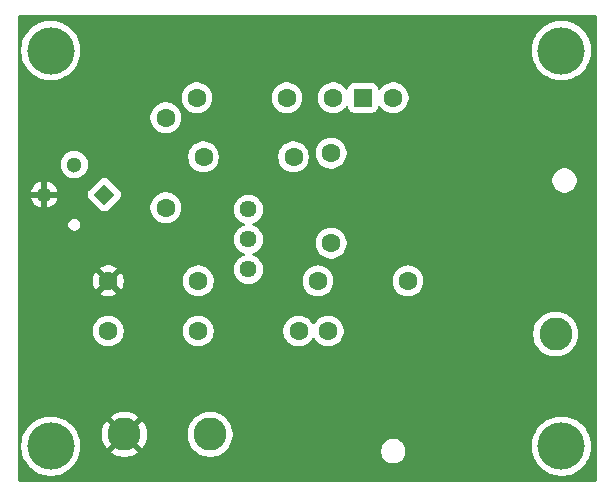
<source format=gbl>
%TF.GenerationSoftware,KiCad,Pcbnew,9.0.4*%
%TF.CreationDate,2025-10-30T00:59:31-05:00*%
%TF.ProjectId,HVS Series Vacuum Sensor,48565320-5365-4726-9965-732056616375,rev?*%
%TF.SameCoordinates,Original*%
%TF.FileFunction,Copper,L2,Bot*%
%TF.FilePolarity,Positive*%
%FSLAX46Y46*%
G04 Gerber Fmt 4.6, Leading zero omitted, Abs format (unit mm)*
G04 Created by KiCad (PCBNEW 9.0.4) date 2025-10-30 00:59:31*
%MOMM*%
%LPD*%
G01*
G04 APERTURE LIST*
G04 Aperture macros list*
%AMRotRect*
0 Rectangle, with rotation*
0 The origin of the aperture is its center*
0 $1 length*
0 $2 width*
0 $3 Rotation angle, in degrees counterclockwise*
0 Add horizontal line*
21,1,$1,$2,0,0,$3*%
G04 Aperture macros list end*
%TA.AperFunction,ComponentPad*%
%ADD10C,2.800000*%
%TD*%
%TA.AperFunction,ComponentPad*%
%ADD11R,1.500000X1.500000*%
%TD*%
%TA.AperFunction,ComponentPad*%
%ADD12C,1.600000*%
%TD*%
%TA.AperFunction,ComponentPad*%
%ADD13RotRect,1.300000X1.300000X315.000000*%
%TD*%
%TA.AperFunction,ComponentPad*%
%ADD14C,1.300000*%
%TD*%
%TA.AperFunction,ComponentPad*%
%ADD15C,1.440000*%
%TD*%
%TA.AperFunction,ViaPad*%
%ADD16C,4.000000*%
%TD*%
%TA.AperFunction,ViaPad*%
%ADD17C,0.600000*%
%TD*%
G04 APERTURE END LIST*
D10*
%TO.P,Vout1,1,1*%
%TO.N,Vout*%
X155000000Y-99000000D03*
%TD*%
%TO.P,GND1,1,1*%
%TO.N,GND*%
X118500000Y-107500000D03*
%TD*%
D11*
%TO.P,SW1,1,C*%
%TO.N,Net-(SW1-C)*%
X138710000Y-79000000D03*
D12*
%TO.P,SW1,2,B*%
%TO.N,Net-(J1-Pin_1)*%
X141250000Y-79000000D03*
%TO.P,SW1,3,A*%
%TO.N,Net-(SW1-A)*%
X136170000Y-79000000D03*
%TD*%
%TO.P,R12,1*%
%TO.N,Net-(U2--INA)*%
X136000000Y-91310000D03*
%TO.P,R12,2*%
%TO.N,Net-(C8-Pad1)*%
X136000000Y-83690000D03*
%TD*%
%TO.P,R15A1,1*%
%TO.N,Net-(SW1-A)*%
X132250000Y-79000000D03*
%TO.P,R15A1,2*%
%TO.N,Net-(J1-Pin_1)*%
X124630000Y-79000000D03*
%TD*%
%TO.P,R15,1*%
%TO.N,Net-(R15-Pad1)*%
X122000000Y-88310000D03*
%TO.P,R15,2*%
%TO.N,Net-(SW1-A)*%
X122000000Y-80690000D03*
%TD*%
%TO.P,R14,1*%
%TO.N,Net-(J1-Pin_2)*%
X117130000Y-98750000D03*
%TO.P,R14,2*%
%TO.N,Net-(U2-+INA)*%
X124750000Y-98750000D03*
%TD*%
%TO.P,R13,1*%
%TO.N,Net-(R13-Pad1)*%
X134880000Y-94500000D03*
%TO.P,R13,2*%
%TO.N,Net-(U2--INA)*%
X142500000Y-94500000D03*
%TD*%
%TO.P,C8,1*%
%TO.N,Net-(C8-Pad1)*%
X135750000Y-98750000D03*
%TO.P,C8,2*%
%TO.N,Net-(SW1-C)*%
X133250000Y-98750000D03*
%TD*%
D13*
%TO.P,J1,1,Pin_1*%
%TO.N,Net-(J1-Pin_1)*%
X116795584Y-87204416D03*
D14*
%TO.P,J1,2,Pin_2*%
%TO.N,Net-(J1-Pin_2)*%
X114250000Y-84658832D03*
%TO.P,J1,3,Pin_3*%
%TO.N,GND*%
X111704416Y-87204416D03*
%TD*%
D10*
%TO.P,POWERB1,1,1*%
%TO.N,+2V*%
X125750000Y-107500000D03*
%TD*%
D12*
%TO.P,R5,1*%
%TO.N,Net-(J1-Pin_1)*%
X125190000Y-84000000D03*
%TO.P,R5,2*%
%TO.N,Net-(SW1-C)*%
X132810000Y-84000000D03*
%TD*%
D15*
%TO.P,RV29,1,1*%
%TO.N,Net-(R15-Pad1)*%
X128995000Y-88460000D03*
%TO.P,RV29,2,2*%
%TO.N,Net-(R13-Pad1)*%
X128995000Y-91000000D03*
%TO.P,RV29,3,3*%
%TO.N,Net-(R16-Pad2)*%
X128995000Y-93540000D03*
%TD*%
D12*
%TO.P,R16,1*%
%TO.N,GND*%
X117130000Y-94500000D03*
%TO.P,R16,2*%
%TO.N,Net-(R16-Pad2)*%
X124750000Y-94500000D03*
%TD*%
D16*
%TO.N,*%
X112250000Y-75000000D03*
X155500000Y-108500000D03*
X112250000Y-108500000D03*
X155500000Y-75000000D03*
D17*
%TO.N,GND*%
X148750000Y-87500000D03*
X141250000Y-101250000D03*
X129000000Y-97250000D03*
%TD*%
%TA.AperFunction,Conductor*%
%TO.N,GND*%
G36*
X158442539Y-72020185D02*
G01*
X158488294Y-72072989D01*
X158499500Y-72124500D01*
X158499500Y-111375500D01*
X158479815Y-111442539D01*
X158427011Y-111488294D01*
X158375500Y-111499500D01*
X109624500Y-111499500D01*
X109557461Y-111479815D01*
X109511706Y-111427011D01*
X109500500Y-111375500D01*
X109500500Y-108359568D01*
X109749500Y-108359568D01*
X109749500Y-108640431D01*
X109780942Y-108919494D01*
X109780945Y-108919512D01*
X109843439Y-109193317D01*
X109843443Y-109193329D01*
X109936200Y-109458411D01*
X110058053Y-109711442D01*
X110058055Y-109711445D01*
X110207477Y-109949248D01*
X110382584Y-110168825D01*
X110581175Y-110367416D01*
X110800752Y-110542523D01*
X111038555Y-110691945D01*
X111291592Y-110813801D01*
X111490680Y-110883465D01*
X111556670Y-110906556D01*
X111556682Y-110906560D01*
X111830491Y-110969055D01*
X111830497Y-110969055D01*
X111830505Y-110969057D01*
X112016547Y-110990018D01*
X112109569Y-111000499D01*
X112109572Y-111000500D01*
X112109575Y-111000500D01*
X112390428Y-111000500D01*
X112390429Y-111000499D01*
X112533055Y-110984429D01*
X112669494Y-110969057D01*
X112669499Y-110969056D01*
X112669509Y-110969055D01*
X112943318Y-110906560D01*
X113208408Y-110813801D01*
X113461445Y-110691945D01*
X113699248Y-110542523D01*
X113918825Y-110367416D01*
X114117416Y-110168825D01*
X114292523Y-109949248D01*
X114441945Y-109711445D01*
X114563801Y-109458408D01*
X114656560Y-109193318D01*
X114719055Y-108919509D01*
X114730381Y-108818992D01*
X114739571Y-108737419D01*
X114750500Y-108640425D01*
X114750500Y-108359575D01*
X114733529Y-108208951D01*
X114719057Y-108080505D01*
X114719054Y-108080487D01*
X114703242Y-108011212D01*
X114656560Y-107806682D01*
X114563801Y-107541592D01*
X114563798Y-107541587D01*
X114563796Y-107541580D01*
X114507755Y-107425209D01*
X114483800Y-107375466D01*
X116600000Y-107375466D01*
X116600000Y-107624533D01*
X116632508Y-107871463D01*
X116696973Y-108112049D01*
X116792283Y-108342148D01*
X116792288Y-108342159D01*
X116916813Y-108557841D01*
X116916819Y-108557849D01*
X116991400Y-108655045D01*
X117784152Y-107862292D01*
X117791049Y-107878942D01*
X117878599Y-108009970D01*
X117990030Y-108121401D01*
X118121058Y-108208951D01*
X118137705Y-108215846D01*
X117344953Y-109008598D01*
X117442150Y-109083180D01*
X117442158Y-109083186D01*
X117657840Y-109207711D01*
X117657851Y-109207716D01*
X117887950Y-109303026D01*
X118128536Y-109367491D01*
X118375466Y-109400000D01*
X118624534Y-109400000D01*
X118871463Y-109367491D01*
X119112049Y-109303026D01*
X119342148Y-109207716D01*
X119342159Y-109207711D01*
X119557855Y-109083178D01*
X119655045Y-109008600D01*
X119655045Y-109008597D01*
X118862294Y-108215846D01*
X118878942Y-108208951D01*
X119009970Y-108121401D01*
X119121401Y-108009970D01*
X119208951Y-107878942D01*
X119215846Y-107862294D01*
X120008597Y-108655045D01*
X120008600Y-108655045D01*
X120083178Y-108557855D01*
X120207711Y-108342159D01*
X120207716Y-108342148D01*
X120303026Y-108112049D01*
X120367491Y-107871463D01*
X120400000Y-107624533D01*
X120400000Y-107375466D01*
X120399997Y-107375441D01*
X123849500Y-107375441D01*
X123849500Y-107624558D01*
X123849501Y-107624575D01*
X123882017Y-107871561D01*
X123946498Y-108112207D01*
X124041830Y-108342361D01*
X124041837Y-108342376D01*
X124166400Y-108558126D01*
X124318060Y-108755774D01*
X124318066Y-108755781D01*
X124494218Y-108931933D01*
X124494225Y-108931939D01*
X124691873Y-109083599D01*
X124907623Y-109208162D01*
X124907638Y-109208169D01*
X125006825Y-109249253D01*
X125137793Y-109303502D01*
X125378435Y-109367982D01*
X125625435Y-109400500D01*
X125625442Y-109400500D01*
X125874558Y-109400500D01*
X125874565Y-109400500D01*
X126121565Y-109367982D01*
X126362207Y-109303502D01*
X126592373Y-109208164D01*
X126808127Y-109083599D01*
X127005776Y-108931938D01*
X127118722Y-108818992D01*
X140224500Y-108818992D01*
X140224500Y-109021007D01*
X140263907Y-109219119D01*
X140263909Y-109219127D01*
X140341212Y-109405752D01*
X140341217Y-109405762D01*
X140453441Y-109573718D01*
X140596281Y-109716558D01*
X140764237Y-109828782D01*
X140764241Y-109828784D01*
X140764244Y-109828786D01*
X140950873Y-109906091D01*
X141148992Y-109945499D01*
X141148996Y-109945500D01*
X141148997Y-109945500D01*
X141351004Y-109945500D01*
X141351005Y-109945499D01*
X141549127Y-109906091D01*
X141735756Y-109828786D01*
X141903718Y-109716558D01*
X142046558Y-109573718D01*
X142158786Y-109405756D01*
X142236091Y-109219127D01*
X142275500Y-109021003D01*
X142275500Y-108818997D01*
X142236091Y-108620873D01*
X142158786Y-108434244D01*
X142158782Y-108434238D01*
X142158781Y-108434236D01*
X142152602Y-108424988D01*
X142152601Y-108424986D01*
X142108890Y-108359568D01*
X152999500Y-108359568D01*
X152999500Y-108640431D01*
X153030942Y-108919494D01*
X153030945Y-108919512D01*
X153093439Y-109193317D01*
X153093443Y-109193329D01*
X153186200Y-109458411D01*
X153308053Y-109711442D01*
X153308055Y-109711445D01*
X153457477Y-109949248D01*
X153632584Y-110168825D01*
X153831175Y-110367416D01*
X154050752Y-110542523D01*
X154288555Y-110691945D01*
X154541592Y-110813801D01*
X154740680Y-110883465D01*
X154806670Y-110906556D01*
X154806682Y-110906560D01*
X155080491Y-110969055D01*
X155080497Y-110969055D01*
X155080505Y-110969057D01*
X155266547Y-110990018D01*
X155359569Y-111000499D01*
X155359572Y-111000500D01*
X155359575Y-111000500D01*
X155640428Y-111000500D01*
X155640429Y-111000499D01*
X155783055Y-110984429D01*
X155919494Y-110969057D01*
X155919499Y-110969056D01*
X155919509Y-110969055D01*
X156193318Y-110906560D01*
X156458408Y-110813801D01*
X156711445Y-110691945D01*
X156949248Y-110542523D01*
X157168825Y-110367416D01*
X157367416Y-110168825D01*
X157542523Y-109949248D01*
X157691945Y-109711445D01*
X157813801Y-109458408D01*
X157906560Y-109193318D01*
X157969055Y-108919509D01*
X157980381Y-108818992D01*
X157989571Y-108737419D01*
X158000500Y-108640425D01*
X158000500Y-108359575D01*
X157983529Y-108208951D01*
X157969057Y-108080505D01*
X157969054Y-108080487D01*
X157953242Y-108011212D01*
X157906560Y-107806682D01*
X157813801Y-107541592D01*
X157691945Y-107288555D01*
X157542523Y-107050752D01*
X157367416Y-106831175D01*
X157168825Y-106632584D01*
X156949248Y-106457477D01*
X156711445Y-106308055D01*
X156711442Y-106308053D01*
X156458411Y-106186200D01*
X156193329Y-106093443D01*
X156193317Y-106093439D01*
X155919512Y-106030945D01*
X155919494Y-106030942D01*
X155640431Y-105999500D01*
X155640425Y-105999500D01*
X155359575Y-105999500D01*
X155359568Y-105999500D01*
X155080505Y-106030942D01*
X155080487Y-106030945D01*
X154806682Y-106093439D01*
X154806670Y-106093443D01*
X154541588Y-106186200D01*
X154288557Y-106308053D01*
X154050753Y-106457476D01*
X153831175Y-106632583D01*
X153632583Y-106831175D01*
X153457476Y-107050753D01*
X153308053Y-107288557D01*
X153186200Y-107541588D01*
X153093443Y-107806670D01*
X153093439Y-107806682D01*
X153030945Y-108080487D01*
X153030942Y-108080505D01*
X152999500Y-108359568D01*
X142108890Y-108359568D01*
X142046561Y-108266286D01*
X142046555Y-108266278D01*
X141903718Y-108123441D01*
X141735762Y-108011217D01*
X141735752Y-108011212D01*
X141549127Y-107933909D01*
X141549119Y-107933907D01*
X141351007Y-107894500D01*
X141351003Y-107894500D01*
X141148997Y-107894500D01*
X141148992Y-107894500D01*
X140950880Y-107933907D01*
X140950872Y-107933909D01*
X140764247Y-108011212D01*
X140764237Y-108011217D01*
X140596281Y-108123441D01*
X140453441Y-108266281D01*
X140341217Y-108434237D01*
X140341212Y-108434247D01*
X140263909Y-108620872D01*
X140263907Y-108620880D01*
X140224500Y-108818992D01*
X127118722Y-108818992D01*
X127181938Y-108755776D01*
X127333599Y-108558127D01*
X127458164Y-108342373D01*
X127553502Y-108112207D01*
X127617982Y-107871565D01*
X127650500Y-107624565D01*
X127650500Y-107375435D01*
X127617982Y-107128435D01*
X127553502Y-106887793D01*
X127488450Y-106730743D01*
X127458169Y-106657638D01*
X127458162Y-106657623D01*
X127333599Y-106441873D01*
X127181939Y-106244225D01*
X127181933Y-106244218D01*
X127005781Y-106068066D01*
X127005774Y-106068060D01*
X126808126Y-105916400D01*
X126592376Y-105791837D01*
X126592361Y-105791830D01*
X126362207Y-105696498D01*
X126121565Y-105632018D01*
X126121564Y-105632017D01*
X126121561Y-105632017D01*
X125874575Y-105599501D01*
X125874570Y-105599500D01*
X125874565Y-105599500D01*
X125625435Y-105599500D01*
X125625429Y-105599500D01*
X125625424Y-105599501D01*
X125378438Y-105632017D01*
X125137792Y-105696498D01*
X124907638Y-105791830D01*
X124907623Y-105791837D01*
X124691873Y-105916400D01*
X124494225Y-106068060D01*
X124494218Y-106068066D01*
X124318066Y-106244218D01*
X124318060Y-106244225D01*
X124166400Y-106441873D01*
X124041837Y-106657623D01*
X124041830Y-106657638D01*
X123946498Y-106887792D01*
X123882017Y-107128438D01*
X123849501Y-107375424D01*
X123849500Y-107375441D01*
X120399997Y-107375441D01*
X120367491Y-107128536D01*
X120303026Y-106887950D01*
X120207716Y-106657851D01*
X120207711Y-106657840D01*
X120083186Y-106442158D01*
X120083180Y-106442150D01*
X120008598Y-106344953D01*
X119215846Y-107137705D01*
X119208951Y-107121058D01*
X119121401Y-106990030D01*
X119009970Y-106878599D01*
X118878942Y-106791049D01*
X118862292Y-106784152D01*
X119655045Y-105991400D01*
X119557849Y-105916819D01*
X119557841Y-105916813D01*
X119342159Y-105792288D01*
X119342148Y-105792283D01*
X119112049Y-105696973D01*
X118871463Y-105632508D01*
X118624534Y-105600000D01*
X118375466Y-105600000D01*
X118128536Y-105632508D01*
X117887950Y-105696973D01*
X117657851Y-105792283D01*
X117657847Y-105792285D01*
X117442143Y-105916823D01*
X117344953Y-105991399D01*
X117344953Y-105991400D01*
X118137706Y-106784153D01*
X118121058Y-106791049D01*
X117990030Y-106878599D01*
X117878599Y-106990030D01*
X117791049Y-107121058D01*
X117784153Y-107137706D01*
X116991400Y-106344953D01*
X116991399Y-106344953D01*
X116916823Y-106442143D01*
X116792285Y-106657847D01*
X116792283Y-106657851D01*
X116696973Y-106887950D01*
X116632508Y-107128536D01*
X116600000Y-107375466D01*
X114483800Y-107375466D01*
X114441946Y-107288557D01*
X114441945Y-107288555D01*
X114292523Y-107050752D01*
X114117416Y-106831175D01*
X113918825Y-106632584D01*
X113699248Y-106457477D01*
X113461445Y-106308055D01*
X113461442Y-106308053D01*
X113208411Y-106186200D01*
X113123231Y-106156394D01*
X112943329Y-106093443D01*
X112943317Y-106093439D01*
X112669512Y-106030945D01*
X112669494Y-106030942D01*
X112390431Y-105999500D01*
X112390425Y-105999500D01*
X112109575Y-105999500D01*
X112109568Y-105999500D01*
X111830505Y-106030942D01*
X111830487Y-106030945D01*
X111556682Y-106093439D01*
X111556670Y-106093443D01*
X111291588Y-106186200D01*
X111038557Y-106308053D01*
X110800753Y-106457476D01*
X110581175Y-106632583D01*
X110382583Y-106831175D01*
X110207476Y-107050753D01*
X110058053Y-107288557D01*
X109936200Y-107541588D01*
X109843443Y-107806670D01*
X109843439Y-107806682D01*
X109780945Y-108080487D01*
X109780942Y-108080505D01*
X109749500Y-108359568D01*
X109500500Y-108359568D01*
X109500500Y-98647648D01*
X115829500Y-98647648D01*
X115829500Y-98852351D01*
X115861522Y-99054534D01*
X115924781Y-99249223D01*
X116017715Y-99431613D01*
X116138028Y-99597213D01*
X116282786Y-99741971D01*
X116437749Y-99854556D01*
X116448390Y-99862287D01*
X116564607Y-99921503D01*
X116630776Y-99955218D01*
X116630778Y-99955218D01*
X116630781Y-99955220D01*
X116735137Y-99989127D01*
X116825465Y-100018477D01*
X116926557Y-100034488D01*
X117027648Y-100050500D01*
X117027649Y-100050500D01*
X117232351Y-100050500D01*
X117232352Y-100050500D01*
X117434534Y-100018477D01*
X117629219Y-99955220D01*
X117811610Y-99862287D01*
X117904590Y-99794732D01*
X117977213Y-99741971D01*
X117977215Y-99741968D01*
X117977219Y-99741966D01*
X118121966Y-99597219D01*
X118121968Y-99597215D01*
X118121971Y-99597213D01*
X118174732Y-99524590D01*
X118242287Y-99431610D01*
X118335220Y-99249219D01*
X118398477Y-99054534D01*
X118430500Y-98852352D01*
X118430500Y-98647648D01*
X123449500Y-98647648D01*
X123449500Y-98852351D01*
X123481522Y-99054534D01*
X123544781Y-99249223D01*
X123637715Y-99431613D01*
X123758028Y-99597213D01*
X123902786Y-99741971D01*
X124057749Y-99854556D01*
X124068390Y-99862287D01*
X124184607Y-99921503D01*
X124250776Y-99955218D01*
X124250778Y-99955218D01*
X124250781Y-99955220D01*
X124355137Y-99989127D01*
X124445465Y-100018477D01*
X124546557Y-100034488D01*
X124647648Y-100050500D01*
X124647649Y-100050500D01*
X124852351Y-100050500D01*
X124852352Y-100050500D01*
X125054534Y-100018477D01*
X125249219Y-99955220D01*
X125431610Y-99862287D01*
X125524590Y-99794732D01*
X125597213Y-99741971D01*
X125597215Y-99741968D01*
X125597219Y-99741966D01*
X125741966Y-99597219D01*
X125741968Y-99597215D01*
X125741971Y-99597213D01*
X125794732Y-99524590D01*
X125862287Y-99431610D01*
X125955220Y-99249219D01*
X126018477Y-99054534D01*
X126050500Y-98852352D01*
X126050500Y-98647648D01*
X131949500Y-98647648D01*
X131949500Y-98852351D01*
X131981522Y-99054534D01*
X132044781Y-99249223D01*
X132137715Y-99431613D01*
X132258028Y-99597213D01*
X132402786Y-99741971D01*
X132557749Y-99854556D01*
X132568390Y-99862287D01*
X132684607Y-99921503D01*
X132750776Y-99955218D01*
X132750778Y-99955218D01*
X132750781Y-99955220D01*
X132855137Y-99989127D01*
X132945465Y-100018477D01*
X133046557Y-100034488D01*
X133147648Y-100050500D01*
X133147649Y-100050500D01*
X133352351Y-100050500D01*
X133352352Y-100050500D01*
X133554534Y-100018477D01*
X133749219Y-99955220D01*
X133931610Y-99862287D01*
X134024590Y-99794732D01*
X134097213Y-99741971D01*
X134097215Y-99741968D01*
X134097219Y-99741966D01*
X134241966Y-99597219D01*
X134241968Y-99597215D01*
X134241971Y-99597213D01*
X134294732Y-99524590D01*
X134362287Y-99431610D01*
X134389515Y-99378171D01*
X134437490Y-99327376D01*
X134505311Y-99310581D01*
X134571446Y-99333118D01*
X134610485Y-99378172D01*
X134637715Y-99431613D01*
X134758028Y-99597213D01*
X134902786Y-99741971D01*
X135057749Y-99854556D01*
X135068390Y-99862287D01*
X135184607Y-99921503D01*
X135250776Y-99955218D01*
X135250778Y-99955218D01*
X135250781Y-99955220D01*
X135355137Y-99989127D01*
X135445465Y-100018477D01*
X135546557Y-100034488D01*
X135647648Y-100050500D01*
X135647649Y-100050500D01*
X135852351Y-100050500D01*
X135852352Y-100050500D01*
X136054534Y-100018477D01*
X136249219Y-99955220D01*
X136431610Y-99862287D01*
X136524590Y-99794732D01*
X136597213Y-99741971D01*
X136597215Y-99741968D01*
X136597219Y-99741966D01*
X136741966Y-99597219D01*
X136741968Y-99597215D01*
X136741971Y-99597213D01*
X136794732Y-99524590D01*
X136862287Y-99431610D01*
X136955220Y-99249219D01*
X137018477Y-99054534D01*
X137046843Y-98875441D01*
X153099500Y-98875441D01*
X153099500Y-99124558D01*
X153099501Y-99124575D01*
X153132017Y-99371561D01*
X153196498Y-99612207D01*
X153291830Y-99842361D01*
X153291837Y-99842376D01*
X153416400Y-100058126D01*
X153568060Y-100255774D01*
X153568066Y-100255781D01*
X153744218Y-100431933D01*
X153744225Y-100431939D01*
X153941873Y-100583599D01*
X154157623Y-100708162D01*
X154157638Y-100708169D01*
X154256825Y-100749253D01*
X154387793Y-100803502D01*
X154628435Y-100867982D01*
X154875435Y-100900500D01*
X154875442Y-100900500D01*
X155124558Y-100900500D01*
X155124565Y-100900500D01*
X155371565Y-100867982D01*
X155612207Y-100803502D01*
X155842373Y-100708164D01*
X156058127Y-100583599D01*
X156255776Y-100431938D01*
X156431938Y-100255776D01*
X156583599Y-100058127D01*
X156708164Y-99842373D01*
X156803502Y-99612207D01*
X156867982Y-99371565D01*
X156900500Y-99124565D01*
X156900500Y-98875435D01*
X156867982Y-98628435D01*
X156803502Y-98387793D01*
X156746748Y-98250776D01*
X156708169Y-98157638D01*
X156708162Y-98157623D01*
X156583599Y-97941873D01*
X156431939Y-97744225D01*
X156431933Y-97744218D01*
X156255781Y-97568066D01*
X156255774Y-97568060D01*
X156058126Y-97416400D01*
X155842376Y-97291837D01*
X155842361Y-97291830D01*
X155612207Y-97196498D01*
X155371561Y-97132017D01*
X155124575Y-97099501D01*
X155124570Y-97099500D01*
X155124565Y-97099500D01*
X154875435Y-97099500D01*
X154875429Y-97099500D01*
X154875424Y-97099501D01*
X154628438Y-97132017D01*
X154387792Y-97196498D01*
X154157638Y-97291830D01*
X154157623Y-97291837D01*
X153941873Y-97416400D01*
X153744225Y-97568060D01*
X153744218Y-97568066D01*
X153568066Y-97744218D01*
X153568060Y-97744225D01*
X153416400Y-97941873D01*
X153291837Y-98157623D01*
X153291830Y-98157638D01*
X153196498Y-98387792D01*
X153132017Y-98628438D01*
X153099501Y-98875424D01*
X153099500Y-98875441D01*
X137046843Y-98875441D01*
X137050500Y-98852352D01*
X137050500Y-98647648D01*
X137018477Y-98445466D01*
X136955220Y-98250781D01*
X136955218Y-98250778D01*
X136955218Y-98250776D01*
X136907761Y-98157638D01*
X136862287Y-98068390D01*
X136854556Y-98057749D01*
X136741971Y-97902786D01*
X136597213Y-97758028D01*
X136431613Y-97637715D01*
X136431612Y-97637714D01*
X136431610Y-97637713D01*
X136374653Y-97608691D01*
X136249223Y-97544781D01*
X136054534Y-97481522D01*
X135879995Y-97453878D01*
X135852352Y-97449500D01*
X135647648Y-97449500D01*
X135623329Y-97453351D01*
X135445465Y-97481522D01*
X135250776Y-97544781D01*
X135068386Y-97637715D01*
X134902786Y-97758028D01*
X134758028Y-97902786D01*
X134637713Y-98068388D01*
X134610484Y-98121828D01*
X134562510Y-98172623D01*
X134494688Y-98189418D01*
X134428554Y-98166880D01*
X134389516Y-98121828D01*
X134362286Y-98068388D01*
X134241971Y-97902786D01*
X134097213Y-97758028D01*
X133931613Y-97637715D01*
X133931612Y-97637714D01*
X133931610Y-97637713D01*
X133874653Y-97608691D01*
X133749223Y-97544781D01*
X133554534Y-97481522D01*
X133379995Y-97453878D01*
X133352352Y-97449500D01*
X133147648Y-97449500D01*
X133123329Y-97453351D01*
X132945465Y-97481522D01*
X132750776Y-97544781D01*
X132568386Y-97637715D01*
X132402786Y-97758028D01*
X132258028Y-97902786D01*
X132137715Y-98068386D01*
X132044781Y-98250776D01*
X131981522Y-98445465D01*
X131949500Y-98647648D01*
X126050500Y-98647648D01*
X126018477Y-98445466D01*
X125955220Y-98250781D01*
X125955218Y-98250778D01*
X125955218Y-98250776D01*
X125907761Y-98157638D01*
X125862287Y-98068390D01*
X125854556Y-98057749D01*
X125741971Y-97902786D01*
X125597213Y-97758028D01*
X125431613Y-97637715D01*
X125431612Y-97637714D01*
X125431610Y-97637713D01*
X125374653Y-97608691D01*
X125249223Y-97544781D01*
X125054534Y-97481522D01*
X124879995Y-97453878D01*
X124852352Y-97449500D01*
X124647648Y-97449500D01*
X124623329Y-97453351D01*
X124445465Y-97481522D01*
X124250776Y-97544781D01*
X124068386Y-97637715D01*
X123902786Y-97758028D01*
X123758028Y-97902786D01*
X123637715Y-98068386D01*
X123544781Y-98250776D01*
X123481522Y-98445465D01*
X123449500Y-98647648D01*
X118430500Y-98647648D01*
X118398477Y-98445466D01*
X118335220Y-98250781D01*
X118335218Y-98250778D01*
X118335218Y-98250776D01*
X118287761Y-98157638D01*
X118242287Y-98068390D01*
X118234556Y-98057749D01*
X118121971Y-97902786D01*
X117977213Y-97758028D01*
X117811613Y-97637715D01*
X117811612Y-97637714D01*
X117811610Y-97637713D01*
X117754653Y-97608691D01*
X117629223Y-97544781D01*
X117434534Y-97481522D01*
X117259995Y-97453878D01*
X117232352Y-97449500D01*
X117027648Y-97449500D01*
X117003329Y-97453351D01*
X116825465Y-97481522D01*
X116630776Y-97544781D01*
X116448386Y-97637715D01*
X116282786Y-97758028D01*
X116138028Y-97902786D01*
X116017715Y-98068386D01*
X115924781Y-98250776D01*
X115861522Y-98445465D01*
X115829500Y-98647648D01*
X109500500Y-98647648D01*
X109500500Y-94397682D01*
X115830000Y-94397682D01*
X115830000Y-94602317D01*
X115862009Y-94804417D01*
X115925244Y-94999031D01*
X116018141Y-95181350D01*
X116018147Y-95181359D01*
X116050523Y-95225921D01*
X116050524Y-95225922D01*
X116730000Y-94546446D01*
X116730000Y-94552661D01*
X116757259Y-94654394D01*
X116809920Y-94745606D01*
X116884394Y-94820080D01*
X116975606Y-94872741D01*
X117077339Y-94900000D01*
X117083553Y-94900000D01*
X116404076Y-95579474D01*
X116448650Y-95611859D01*
X116630968Y-95704755D01*
X116825582Y-95767990D01*
X117027683Y-95800000D01*
X117232317Y-95800000D01*
X117434417Y-95767990D01*
X117629031Y-95704755D01*
X117811349Y-95611859D01*
X117855921Y-95579474D01*
X117176447Y-94900000D01*
X117182661Y-94900000D01*
X117284394Y-94872741D01*
X117375606Y-94820080D01*
X117450080Y-94745606D01*
X117502741Y-94654394D01*
X117530000Y-94552661D01*
X117530000Y-94546447D01*
X118209474Y-95225921D01*
X118241859Y-95181349D01*
X118334755Y-94999031D01*
X118397990Y-94804417D01*
X118430000Y-94602317D01*
X118430000Y-94397682D01*
X118429995Y-94397648D01*
X123449500Y-94397648D01*
X123449500Y-94602351D01*
X123481522Y-94804534D01*
X123544781Y-94999223D01*
X123608691Y-95124653D01*
X123637585Y-95181359D01*
X123637715Y-95181613D01*
X123758028Y-95347213D01*
X123902786Y-95491971D01*
X124023226Y-95579474D01*
X124068390Y-95612287D01*
X124184607Y-95671503D01*
X124250776Y-95705218D01*
X124250778Y-95705218D01*
X124250781Y-95705220D01*
X124355137Y-95739127D01*
X124445465Y-95768477D01*
X124546557Y-95784488D01*
X124647648Y-95800500D01*
X124647649Y-95800500D01*
X124852351Y-95800500D01*
X124852352Y-95800500D01*
X125054534Y-95768477D01*
X125249219Y-95705220D01*
X125431610Y-95612287D01*
X125524590Y-95544732D01*
X125597213Y-95491971D01*
X125597215Y-95491968D01*
X125597219Y-95491966D01*
X125741966Y-95347219D01*
X125741968Y-95347215D01*
X125741971Y-95347213D01*
X125794732Y-95274590D01*
X125862287Y-95181610D01*
X125955220Y-94999219D01*
X126018477Y-94804534D01*
X126050500Y-94602352D01*
X126050500Y-94397648D01*
X126038184Y-94319888D01*
X126018477Y-94195465D01*
X125957730Y-94008506D01*
X125955220Y-94000781D01*
X125955218Y-94000778D01*
X125955218Y-94000776D01*
X125921503Y-93934607D01*
X125862287Y-93818390D01*
X125830092Y-93774077D01*
X125741971Y-93652786D01*
X125597213Y-93508028D01*
X125431613Y-93387715D01*
X125431612Y-93387714D01*
X125431610Y-93387713D01*
X125374653Y-93358691D01*
X125249223Y-93294781D01*
X125054534Y-93231522D01*
X124879995Y-93203878D01*
X124852352Y-93199500D01*
X124647648Y-93199500D01*
X124623329Y-93203351D01*
X124445465Y-93231522D01*
X124250776Y-93294781D01*
X124068386Y-93387715D01*
X123902786Y-93508028D01*
X123758028Y-93652786D01*
X123637715Y-93818386D01*
X123544781Y-94000776D01*
X123481522Y-94195465D01*
X123449500Y-94397648D01*
X118429995Y-94397648D01*
X118397990Y-94195582D01*
X118334755Y-94000968D01*
X118241859Y-93818650D01*
X118209474Y-93774077D01*
X118209474Y-93774076D01*
X117530000Y-94453551D01*
X117530000Y-94447339D01*
X117502741Y-94345606D01*
X117450080Y-94254394D01*
X117375606Y-94179920D01*
X117284394Y-94127259D01*
X117182661Y-94100000D01*
X117176446Y-94100000D01*
X117855922Y-93420524D01*
X117855921Y-93420523D01*
X117811359Y-93388147D01*
X117811350Y-93388141D01*
X117629031Y-93295244D01*
X117434417Y-93232009D01*
X117232317Y-93200000D01*
X117027683Y-93200000D01*
X116825582Y-93232009D01*
X116630968Y-93295244D01*
X116448644Y-93388143D01*
X116404077Y-93420523D01*
X116404077Y-93420524D01*
X117083554Y-94100000D01*
X117077339Y-94100000D01*
X116975606Y-94127259D01*
X116884394Y-94179920D01*
X116809920Y-94254394D01*
X116757259Y-94345606D01*
X116730000Y-94447339D01*
X116730000Y-94453553D01*
X116050524Y-93774077D01*
X116050523Y-93774077D01*
X116018143Y-93818644D01*
X115925244Y-94000968D01*
X115862009Y-94195582D01*
X115830000Y-94397682D01*
X109500500Y-94397682D01*
X109500500Y-89684108D01*
X113749500Y-89684108D01*
X113749500Y-89815891D01*
X113783608Y-89943187D01*
X113791084Y-89956135D01*
X113849500Y-90057314D01*
X113942686Y-90150500D01*
X114056814Y-90216392D01*
X114184108Y-90250500D01*
X114184110Y-90250500D01*
X114315890Y-90250500D01*
X114315892Y-90250500D01*
X114443186Y-90216392D01*
X114557314Y-90150500D01*
X114650500Y-90057314D01*
X114716392Y-89943186D01*
X114750500Y-89815892D01*
X114750500Y-89684108D01*
X114716392Y-89556814D01*
X114650500Y-89442686D01*
X114557314Y-89349500D01*
X114474983Y-89301966D01*
X114443187Y-89283608D01*
X114379539Y-89266554D01*
X114315892Y-89249500D01*
X114184108Y-89249500D01*
X114056812Y-89283608D01*
X113942686Y-89349500D01*
X113942683Y-89349502D01*
X113849502Y-89442683D01*
X113849500Y-89442686D01*
X113783608Y-89556812D01*
X113749500Y-89684108D01*
X109500500Y-89684108D01*
X109500500Y-87454416D01*
X110579677Y-87454416D01*
X110582731Y-87473701D01*
X110582734Y-87473711D01*
X110638666Y-87645857D01*
X110638668Y-87645863D01*
X110720850Y-87807150D01*
X110827239Y-87953585D01*
X110955246Y-88081592D01*
X111101681Y-88187981D01*
X111262968Y-88270163D01*
X111262971Y-88270164D01*
X111435115Y-88326096D01*
X111435128Y-88326099D01*
X111454416Y-88329154D01*
X111454416Y-88329153D01*
X111954416Y-88329153D01*
X111973703Y-88326099D01*
X111973716Y-88326096D01*
X112145860Y-88270164D01*
X112145863Y-88270163D01*
X112307150Y-88187981D01*
X112453585Y-88081592D01*
X112581592Y-87953585D01*
X112687981Y-87807150D01*
X112770163Y-87645863D01*
X112770165Y-87645857D01*
X112826097Y-87473711D01*
X112826100Y-87473701D01*
X112829155Y-87454416D01*
X111954416Y-87454416D01*
X111954416Y-88329153D01*
X111454416Y-88329153D01*
X111454416Y-87454416D01*
X110579677Y-87454416D01*
X109500500Y-87454416D01*
X109500500Y-87154688D01*
X111454416Y-87154688D01*
X111454416Y-87254144D01*
X111492476Y-87346030D01*
X111562802Y-87416356D01*
X111654688Y-87454416D01*
X111754144Y-87454416D01*
X111846030Y-87416356D01*
X111916356Y-87346030D01*
X111954416Y-87254144D01*
X111954416Y-87204416D01*
X115370699Y-87204416D01*
X115391179Y-87346871D01*
X115391180Y-87346875D01*
X115450966Y-87477786D01*
X115450967Y-87477787D01*
X115450968Y-87477789D01*
X115488587Y-87524472D01*
X115488590Y-87524475D01*
X115488595Y-87524481D01*
X116234279Y-88270163D01*
X116475528Y-88511412D01*
X116522211Y-88549032D01*
X116522212Y-88549032D01*
X116522214Y-88549034D01*
X116653124Y-88608819D01*
X116653125Y-88608819D01*
X116653127Y-88608820D01*
X116795584Y-88629301D01*
X116938041Y-88608820D01*
X117068957Y-88549032D01*
X117115640Y-88511413D01*
X117419405Y-88207648D01*
X120699500Y-88207648D01*
X120699500Y-88412351D01*
X120731522Y-88614534D01*
X120794781Y-88809223D01*
X120887715Y-88991613D01*
X121008028Y-89157213D01*
X121152786Y-89301971D01*
X121275247Y-89390942D01*
X121318390Y-89422287D01*
X121434607Y-89481503D01*
X121500776Y-89515218D01*
X121500778Y-89515218D01*
X121500781Y-89515220D01*
X121605137Y-89549127D01*
X121695465Y-89578477D01*
X121775056Y-89591083D01*
X121897648Y-89610500D01*
X121897649Y-89610500D01*
X122102351Y-89610500D01*
X122102352Y-89610500D01*
X122304534Y-89578477D01*
X122499219Y-89515220D01*
X122681610Y-89422287D01*
X122781794Y-89349500D01*
X122847213Y-89301971D01*
X122847215Y-89301968D01*
X122847219Y-89301966D01*
X122991966Y-89157219D01*
X122991968Y-89157215D01*
X122991971Y-89157213D01*
X123044732Y-89084590D01*
X123112287Y-88991610D01*
X123205220Y-88809219D01*
X123268477Y-88614534D01*
X123300500Y-88412352D01*
X123300500Y-88363945D01*
X127774500Y-88363945D01*
X127774500Y-88556054D01*
X127804553Y-88745802D01*
X127863916Y-88928506D01*
X127896071Y-88991613D01*
X127951135Y-89099681D01*
X128064055Y-89255102D01*
X128199898Y-89390945D01*
X128355319Y-89503865D01*
X128526491Y-89591082D01*
X128526493Y-89591083D01*
X128591081Y-89612069D01*
X128648756Y-89651506D01*
X128675955Y-89715865D01*
X128664041Y-89784711D01*
X128616797Y-89836187D01*
X128591081Y-89847931D01*
X128526493Y-89868916D01*
X128355318Y-89956135D01*
X128281868Y-90009500D01*
X128199898Y-90069055D01*
X128199896Y-90069057D01*
X128199895Y-90069057D01*
X128064057Y-90204895D01*
X128064057Y-90204896D01*
X128064055Y-90204898D01*
X128030924Y-90250499D01*
X127951135Y-90360318D01*
X127863916Y-90531493D01*
X127804553Y-90714197D01*
X127774500Y-90903945D01*
X127774500Y-91096054D01*
X127804553Y-91285802D01*
X127863916Y-91468506D01*
X127863918Y-91468509D01*
X127951135Y-91639681D01*
X128064055Y-91795102D01*
X128199898Y-91930945D01*
X128355319Y-92043865D01*
X128526491Y-92131082D01*
X128526493Y-92131083D01*
X128591081Y-92152069D01*
X128648756Y-92191506D01*
X128675955Y-92255865D01*
X128664041Y-92324711D01*
X128616797Y-92376187D01*
X128591081Y-92387931D01*
X128526493Y-92408916D01*
X128355318Y-92496135D01*
X128266645Y-92560560D01*
X128199898Y-92609055D01*
X128199896Y-92609057D01*
X128199895Y-92609057D01*
X128064057Y-92744895D01*
X128064057Y-92744896D01*
X128064055Y-92744898D01*
X128015560Y-92811645D01*
X127951135Y-92900318D01*
X127863916Y-93071493D01*
X127804553Y-93254197D01*
X127774500Y-93443945D01*
X127774500Y-93636054D01*
X127804553Y-93825802D01*
X127863916Y-94008506D01*
X127934201Y-94146446D01*
X127951135Y-94179681D01*
X128064055Y-94335102D01*
X128199898Y-94470945D01*
X128355319Y-94583865D01*
X128391600Y-94602351D01*
X128526493Y-94671083D01*
X128617845Y-94700764D01*
X128709199Y-94730447D01*
X128898945Y-94760500D01*
X128898946Y-94760500D01*
X129091054Y-94760500D01*
X129091055Y-94760500D01*
X129280801Y-94730447D01*
X129463509Y-94671082D01*
X129634681Y-94583865D01*
X129790102Y-94470945D01*
X129863399Y-94397648D01*
X133579500Y-94397648D01*
X133579500Y-94602351D01*
X133611522Y-94804534D01*
X133674781Y-94999223D01*
X133738691Y-95124653D01*
X133767585Y-95181359D01*
X133767715Y-95181613D01*
X133888028Y-95347213D01*
X134032786Y-95491971D01*
X134153226Y-95579474D01*
X134198390Y-95612287D01*
X134314607Y-95671503D01*
X134380776Y-95705218D01*
X134380778Y-95705218D01*
X134380781Y-95705220D01*
X134485137Y-95739127D01*
X134575465Y-95768477D01*
X134676557Y-95784488D01*
X134777648Y-95800500D01*
X134777649Y-95800500D01*
X134982351Y-95800500D01*
X134982352Y-95800500D01*
X135184534Y-95768477D01*
X135379219Y-95705220D01*
X135561610Y-95612287D01*
X135654590Y-95544732D01*
X135727213Y-95491971D01*
X135727215Y-95491968D01*
X135727219Y-95491966D01*
X135871966Y-95347219D01*
X135871968Y-95347215D01*
X135871971Y-95347213D01*
X135924732Y-95274590D01*
X135992287Y-95181610D01*
X136085220Y-94999219D01*
X136148477Y-94804534D01*
X136180500Y-94602352D01*
X136180500Y-94397648D01*
X141199500Y-94397648D01*
X141199500Y-94602351D01*
X141231522Y-94804534D01*
X141294781Y-94999223D01*
X141358691Y-95124653D01*
X141387585Y-95181359D01*
X141387715Y-95181613D01*
X141508028Y-95347213D01*
X141652786Y-95491971D01*
X141773226Y-95579474D01*
X141818390Y-95612287D01*
X141934607Y-95671503D01*
X142000776Y-95705218D01*
X142000778Y-95705218D01*
X142000781Y-95705220D01*
X142105137Y-95739127D01*
X142195465Y-95768477D01*
X142296557Y-95784488D01*
X142397648Y-95800500D01*
X142397649Y-95800500D01*
X142602351Y-95800500D01*
X142602352Y-95800500D01*
X142804534Y-95768477D01*
X142999219Y-95705220D01*
X143181610Y-95612287D01*
X143274590Y-95544732D01*
X143347213Y-95491971D01*
X143347215Y-95491968D01*
X143347219Y-95491966D01*
X143491966Y-95347219D01*
X143491968Y-95347215D01*
X143491971Y-95347213D01*
X143544732Y-95274590D01*
X143612287Y-95181610D01*
X143705220Y-94999219D01*
X143768477Y-94804534D01*
X143800500Y-94602352D01*
X143800500Y-94397648D01*
X143788184Y-94319888D01*
X143768477Y-94195465D01*
X143707730Y-94008506D01*
X143705220Y-94000781D01*
X143705218Y-94000778D01*
X143705218Y-94000776D01*
X143671503Y-93934607D01*
X143612287Y-93818390D01*
X143580092Y-93774077D01*
X143491971Y-93652786D01*
X143347213Y-93508028D01*
X143181613Y-93387715D01*
X143181612Y-93387714D01*
X143181610Y-93387713D01*
X143124653Y-93358691D01*
X142999223Y-93294781D01*
X142804534Y-93231522D01*
X142629995Y-93203878D01*
X142602352Y-93199500D01*
X142397648Y-93199500D01*
X142373329Y-93203351D01*
X142195465Y-93231522D01*
X142000776Y-93294781D01*
X141818386Y-93387715D01*
X141652786Y-93508028D01*
X141508028Y-93652786D01*
X141387715Y-93818386D01*
X141294781Y-94000776D01*
X141231522Y-94195465D01*
X141199500Y-94397648D01*
X136180500Y-94397648D01*
X136168184Y-94319888D01*
X136148477Y-94195465D01*
X136087730Y-94008506D01*
X136085220Y-94000781D01*
X136085218Y-94000778D01*
X136085218Y-94000776D01*
X136051503Y-93934607D01*
X135992287Y-93818390D01*
X135960092Y-93774077D01*
X135871971Y-93652786D01*
X135727213Y-93508028D01*
X135561613Y-93387715D01*
X135561612Y-93387714D01*
X135561610Y-93387713D01*
X135504653Y-93358691D01*
X135379223Y-93294781D01*
X135184534Y-93231522D01*
X135009995Y-93203878D01*
X134982352Y-93199500D01*
X134777648Y-93199500D01*
X134753329Y-93203351D01*
X134575465Y-93231522D01*
X134380776Y-93294781D01*
X134198386Y-93387715D01*
X134032786Y-93508028D01*
X133888028Y-93652786D01*
X133767715Y-93818386D01*
X133674781Y-94000776D01*
X133611522Y-94195465D01*
X133579500Y-94397648D01*
X129863399Y-94397648D01*
X129925945Y-94335102D01*
X130038865Y-94179681D01*
X130126082Y-94008509D01*
X130185447Y-93825801D01*
X130215500Y-93636055D01*
X130215500Y-93443945D01*
X130185447Y-93254199D01*
X130126082Y-93071491D01*
X130038865Y-92900319D01*
X129925945Y-92744898D01*
X129790102Y-92609055D01*
X129634681Y-92496135D01*
X129463504Y-92408915D01*
X129398919Y-92387931D01*
X129341243Y-92348494D01*
X129314044Y-92284136D01*
X129325958Y-92215289D01*
X129373202Y-92163813D01*
X129398919Y-92152069D01*
X129463504Y-92131084D01*
X129463506Y-92131082D01*
X129463509Y-92131082D01*
X129634681Y-92043865D01*
X129790102Y-91930945D01*
X129925945Y-91795102D01*
X130038865Y-91639681D01*
X130126082Y-91468509D01*
X130185447Y-91285801D01*
X130197825Y-91207648D01*
X134699500Y-91207648D01*
X134699500Y-91412351D01*
X134731522Y-91614534D01*
X134794781Y-91809223D01*
X134887715Y-91991613D01*
X135008028Y-92157213D01*
X135152786Y-92301971D01*
X135299985Y-92408915D01*
X135318390Y-92422287D01*
X135434607Y-92481503D01*
X135500776Y-92515218D01*
X135500778Y-92515218D01*
X135500781Y-92515220D01*
X135605137Y-92549127D01*
X135695465Y-92578477D01*
X135796557Y-92594488D01*
X135897648Y-92610500D01*
X135897649Y-92610500D01*
X136102351Y-92610500D01*
X136102352Y-92610500D01*
X136304534Y-92578477D01*
X136499219Y-92515220D01*
X136681610Y-92422287D01*
X136815913Y-92324711D01*
X136847213Y-92301971D01*
X136847215Y-92301968D01*
X136847219Y-92301966D01*
X136991966Y-92157219D01*
X136991968Y-92157215D01*
X136991971Y-92157213D01*
X137044732Y-92084590D01*
X137112287Y-91991610D01*
X137205220Y-91809219D01*
X137268477Y-91614534D01*
X137300500Y-91412352D01*
X137300500Y-91207648D01*
X137268477Y-91005466D01*
X137205220Y-90810781D01*
X137205218Y-90810778D01*
X137205218Y-90810776D01*
X137156008Y-90714197D01*
X137112287Y-90628390D01*
X137104556Y-90617749D01*
X136991971Y-90462786D01*
X136847213Y-90318028D01*
X136681613Y-90197715D01*
X136681612Y-90197714D01*
X136681610Y-90197713D01*
X136624653Y-90168691D01*
X136499223Y-90104781D01*
X136304534Y-90041522D01*
X136129995Y-90013878D01*
X136102352Y-90009500D01*
X135897648Y-90009500D01*
X135873329Y-90013351D01*
X135695465Y-90041522D01*
X135500776Y-90104781D01*
X135318386Y-90197715D01*
X135152786Y-90318028D01*
X135008028Y-90462786D01*
X134887715Y-90628386D01*
X134794781Y-90810776D01*
X134731522Y-91005465D01*
X134699500Y-91207648D01*
X130197825Y-91207648D01*
X130215500Y-91096055D01*
X130215500Y-90903945D01*
X130185447Y-90714199D01*
X130126082Y-90531491D01*
X130038865Y-90360319D01*
X129925945Y-90204898D01*
X129790102Y-90069055D01*
X129634681Y-89956135D01*
X129609267Y-89943186D01*
X129463504Y-89868915D01*
X129398919Y-89847931D01*
X129341243Y-89808494D01*
X129314044Y-89744136D01*
X129325958Y-89675289D01*
X129373202Y-89623813D01*
X129398919Y-89612069D01*
X129463504Y-89591084D01*
X129463506Y-89591082D01*
X129463509Y-89591082D01*
X129634681Y-89503865D01*
X129790102Y-89390945D01*
X129925945Y-89255102D01*
X130038865Y-89099681D01*
X130126082Y-88928509D01*
X130185447Y-88745801D01*
X130215500Y-88556055D01*
X130215500Y-88363945D01*
X130185447Y-88174199D01*
X130130623Y-88005466D01*
X130126083Y-87991493D01*
X130038864Y-87820318D01*
X130031935Y-87810781D01*
X129925945Y-87664898D01*
X129790102Y-87529055D01*
X129634681Y-87416135D01*
X129463506Y-87328916D01*
X129280802Y-87269553D01*
X129183513Y-87254144D01*
X129091055Y-87239500D01*
X128898945Y-87239500D01*
X128835696Y-87249517D01*
X128709197Y-87269553D01*
X128526493Y-87328916D01*
X128355318Y-87416135D01*
X128291116Y-87462781D01*
X128199898Y-87529055D01*
X128199896Y-87529057D01*
X128199895Y-87529057D01*
X128064057Y-87664895D01*
X128064057Y-87664896D01*
X128064055Y-87664898D01*
X128015560Y-87731645D01*
X127951135Y-87820318D01*
X127863916Y-87991493D01*
X127804553Y-88174197D01*
X127774500Y-88363945D01*
X123300500Y-88363945D01*
X123300500Y-88207648D01*
X123268477Y-88005466D01*
X123263936Y-87991491D01*
X123208319Y-87820319D01*
X123205220Y-87810781D01*
X123205218Y-87810778D01*
X123205218Y-87810776D01*
X123171503Y-87744607D01*
X123112287Y-87628390D01*
X123104556Y-87617749D01*
X122991971Y-87462786D01*
X122847213Y-87318028D01*
X122681613Y-87197715D01*
X122681612Y-87197714D01*
X122681610Y-87197713D01*
X122597169Y-87154688D01*
X122499223Y-87104781D01*
X122304534Y-87041522D01*
X122129995Y-87013878D01*
X122102352Y-87009500D01*
X121897648Y-87009500D01*
X121873329Y-87013351D01*
X121695465Y-87041522D01*
X121500776Y-87104781D01*
X121318386Y-87197715D01*
X121152786Y-87318028D01*
X121008028Y-87462786D01*
X120887715Y-87628386D01*
X120794781Y-87810776D01*
X120731522Y-88005465D01*
X120699500Y-88207648D01*
X117419405Y-88207648D01*
X117621587Y-88005466D01*
X117819902Y-87807150D01*
X118102580Y-87524472D01*
X118140200Y-87477789D01*
X118142063Y-87473711D01*
X118199987Y-87346875D01*
X118199986Y-87346875D01*
X118199988Y-87346873D01*
X118220469Y-87204416D01*
X118199988Y-87061959D01*
X118165340Y-86986092D01*
X118140201Y-86931045D01*
X118140200Y-86931044D01*
X118140200Y-86931043D01*
X118102581Y-86884360D01*
X118102576Y-86884355D01*
X118102572Y-86884350D01*
X117198806Y-85980586D01*
X117117212Y-85898992D01*
X154724500Y-85898992D01*
X154724500Y-86101007D01*
X154763907Y-86299119D01*
X154763909Y-86299127D01*
X154841212Y-86485752D01*
X154841217Y-86485762D01*
X154953441Y-86653718D01*
X155096281Y-86796558D01*
X155264237Y-86908782D01*
X155264241Y-86908784D01*
X155264244Y-86908786D01*
X155450873Y-86986091D01*
X155648992Y-87025499D01*
X155648996Y-87025500D01*
X155648997Y-87025500D01*
X155851004Y-87025500D01*
X155851005Y-87025499D01*
X156049127Y-86986091D01*
X156235756Y-86908786D01*
X156403718Y-86796558D01*
X156546558Y-86653718D01*
X156658786Y-86485756D01*
X156736091Y-86299127D01*
X156775500Y-86101003D01*
X156775500Y-85898997D01*
X156736091Y-85700873D01*
X156658786Y-85514244D01*
X156658784Y-85514241D01*
X156658782Y-85514237D01*
X156546558Y-85346281D01*
X156403718Y-85203441D01*
X156235762Y-85091217D01*
X156235752Y-85091212D01*
X156049127Y-85013909D01*
X156049119Y-85013907D01*
X155851007Y-84974500D01*
X155851003Y-84974500D01*
X155648997Y-84974500D01*
X155648992Y-84974500D01*
X155450880Y-85013907D01*
X155450872Y-85013909D01*
X155264247Y-85091212D01*
X155264237Y-85091217D01*
X155096281Y-85203441D01*
X154953441Y-85346281D01*
X154841217Y-85514237D01*
X154841212Y-85514247D01*
X154763909Y-85700872D01*
X154763907Y-85700880D01*
X154724500Y-85898992D01*
X117117212Y-85898992D01*
X117115647Y-85897427D01*
X117115640Y-85897420D01*
X117068957Y-85859800D01*
X117068955Y-85859799D01*
X117068953Y-85859797D01*
X116938043Y-85800012D01*
X116938039Y-85800011D01*
X116795584Y-85779531D01*
X116653128Y-85800011D01*
X116653124Y-85800012D01*
X116522213Y-85859798D01*
X116475518Y-85897427D01*
X115488595Y-86884352D01*
X115488589Y-86884359D01*
X115450967Y-86931044D01*
X115450965Y-86931046D01*
X115391180Y-87061956D01*
X115391179Y-87061960D01*
X115370699Y-87204416D01*
X111954416Y-87204416D01*
X111954416Y-87154688D01*
X111916356Y-87062802D01*
X111846030Y-86992476D01*
X111754144Y-86954416D01*
X111954416Y-86954416D01*
X112829155Y-86954416D01*
X112826100Y-86935130D01*
X112826097Y-86935120D01*
X112770165Y-86762974D01*
X112770163Y-86762968D01*
X112687981Y-86601681D01*
X112581592Y-86455246D01*
X112453585Y-86327239D01*
X112307150Y-86220850D01*
X112145863Y-86138668D01*
X112145857Y-86138666D01*
X111973711Y-86082734D01*
X111973701Y-86082731D01*
X111954416Y-86079676D01*
X111954416Y-86954416D01*
X111754144Y-86954416D01*
X111654688Y-86954416D01*
X111562802Y-86992476D01*
X111492476Y-87062802D01*
X111454416Y-87154688D01*
X109500500Y-87154688D01*
X109500500Y-86954416D01*
X110579677Y-86954416D01*
X111454416Y-86954416D01*
X111454416Y-86079676D01*
X111435130Y-86082731D01*
X111435120Y-86082734D01*
X111262974Y-86138666D01*
X111262968Y-86138668D01*
X111101681Y-86220850D01*
X110955246Y-86327239D01*
X110827239Y-86455246D01*
X110720850Y-86601681D01*
X110638668Y-86762968D01*
X110638666Y-86762974D01*
X110582734Y-86935120D01*
X110582731Y-86935130D01*
X110579677Y-86954416D01*
X109500500Y-86954416D01*
X109500500Y-84568280D01*
X113099500Y-84568280D01*
X113099500Y-84749383D01*
X113127829Y-84928242D01*
X113183787Y-85100468D01*
X113183788Y-85100471D01*
X113266006Y-85261829D01*
X113372441Y-85408326D01*
X113372445Y-85408331D01*
X113500500Y-85536386D01*
X113500505Y-85536390D01*
X113628287Y-85629228D01*
X113647006Y-85642828D01*
X113752484Y-85696572D01*
X113808360Y-85725043D01*
X113808363Y-85725044D01*
X113894476Y-85753023D01*
X113980591Y-85781003D01*
X114063429Y-85794123D01*
X114159449Y-85809332D01*
X114159454Y-85809332D01*
X114340551Y-85809332D01*
X114427259Y-85795597D01*
X114519409Y-85781003D01*
X114691639Y-85725043D01*
X114852994Y-85642828D01*
X114999501Y-85536385D01*
X115127553Y-85408333D01*
X115233996Y-85261826D01*
X115316211Y-85100471D01*
X115372171Y-84928241D01*
X115392121Y-84802284D01*
X115400500Y-84749383D01*
X115400500Y-84568280D01*
X115384019Y-84464229D01*
X115372171Y-84389423D01*
X115316211Y-84217193D01*
X115316211Y-84217192D01*
X115257696Y-84102352D01*
X115233996Y-84055838D01*
X115228742Y-84048606D01*
X115168480Y-83965661D01*
X115127558Y-83909337D01*
X115127554Y-83909332D01*
X115115870Y-83897648D01*
X123889500Y-83897648D01*
X123889500Y-84102351D01*
X123921522Y-84304534D01*
X123984781Y-84499223D01*
X124077715Y-84681613D01*
X124198028Y-84847213D01*
X124342786Y-84991971D01*
X124497749Y-85104556D01*
X124508390Y-85112287D01*
X124624607Y-85171503D01*
X124690776Y-85205218D01*
X124690778Y-85205218D01*
X124690781Y-85205220D01*
X124795137Y-85239127D01*
X124885465Y-85268477D01*
X124986557Y-85284488D01*
X125087648Y-85300500D01*
X125087649Y-85300500D01*
X125292351Y-85300500D01*
X125292352Y-85300500D01*
X125494534Y-85268477D01*
X125689219Y-85205220D01*
X125871610Y-85112287D01*
X126007020Y-85013907D01*
X126037213Y-84991971D01*
X126037215Y-84991968D01*
X126037219Y-84991966D01*
X126181966Y-84847219D01*
X126181968Y-84847215D01*
X126181971Y-84847213D01*
X126253051Y-84749378D01*
X126302287Y-84681610D01*
X126395220Y-84499219D01*
X126458477Y-84304534D01*
X126490500Y-84102352D01*
X126490500Y-83897648D01*
X131509500Y-83897648D01*
X131509500Y-84102351D01*
X131541522Y-84304534D01*
X131604781Y-84499223D01*
X131697715Y-84681613D01*
X131818028Y-84847213D01*
X131962786Y-84991971D01*
X132117749Y-85104556D01*
X132128390Y-85112287D01*
X132244607Y-85171503D01*
X132310776Y-85205218D01*
X132310778Y-85205218D01*
X132310781Y-85205220D01*
X132415137Y-85239127D01*
X132505465Y-85268477D01*
X132606557Y-85284488D01*
X132707648Y-85300500D01*
X132707649Y-85300500D01*
X132912351Y-85300500D01*
X132912352Y-85300500D01*
X133114534Y-85268477D01*
X133309219Y-85205220D01*
X133491610Y-85112287D01*
X133627020Y-85013907D01*
X133657213Y-84991971D01*
X133657215Y-84991968D01*
X133657219Y-84991966D01*
X133801966Y-84847219D01*
X133801968Y-84847215D01*
X133801971Y-84847213D01*
X133873051Y-84749378D01*
X133922287Y-84681610D01*
X134015220Y-84499219D01*
X134078477Y-84304534D01*
X134110500Y-84102352D01*
X134110500Y-83897648D01*
X134078477Y-83695465D01*
X134054312Y-83621095D01*
X134043445Y-83587648D01*
X134699500Y-83587648D01*
X134699500Y-83792351D01*
X134731522Y-83994534D01*
X134794781Y-84189223D01*
X134887715Y-84371613D01*
X135008028Y-84537213D01*
X135152786Y-84681971D01*
X135245566Y-84749378D01*
X135318390Y-84802287D01*
X135406574Y-84847219D01*
X135500776Y-84895218D01*
X135500778Y-84895218D01*
X135500781Y-84895220D01*
X135602409Y-84928241D01*
X135695465Y-84958477D01*
X135796557Y-84974488D01*
X135897648Y-84990500D01*
X135897649Y-84990500D01*
X136102351Y-84990500D01*
X136102352Y-84990500D01*
X136304534Y-84958477D01*
X136499219Y-84895220D01*
X136681610Y-84802287D01*
X136774590Y-84734732D01*
X136847213Y-84681971D01*
X136847215Y-84681968D01*
X136847219Y-84681966D01*
X136991966Y-84537219D01*
X136991968Y-84537215D01*
X136991971Y-84537213D01*
X137099345Y-84389423D01*
X137112287Y-84371610D01*
X137205220Y-84189219D01*
X137268477Y-83994534D01*
X137300500Y-83792352D01*
X137300500Y-83587648D01*
X137268477Y-83385466D01*
X137205220Y-83190781D01*
X137205218Y-83190778D01*
X137205218Y-83190776D01*
X137171503Y-83124607D01*
X137112287Y-83008390D01*
X137104556Y-82997749D01*
X136991971Y-82842786D01*
X136847213Y-82698028D01*
X136681613Y-82577715D01*
X136681612Y-82577714D01*
X136681610Y-82577713D01*
X136624653Y-82548691D01*
X136499223Y-82484781D01*
X136304534Y-82421522D01*
X136129995Y-82393878D01*
X136102352Y-82389500D01*
X135897648Y-82389500D01*
X135873329Y-82393351D01*
X135695465Y-82421522D01*
X135500776Y-82484781D01*
X135318386Y-82577715D01*
X135152786Y-82698028D01*
X135008028Y-82842786D01*
X134887715Y-83008386D01*
X134794781Y-83190776D01*
X134731522Y-83385465D01*
X134699500Y-83587648D01*
X134043445Y-83587648D01*
X134015220Y-83500781D01*
X133922287Y-83318390D01*
X133914556Y-83307749D01*
X133801971Y-83152786D01*
X133657213Y-83008028D01*
X133491613Y-82887715D01*
X133491612Y-82887714D01*
X133491610Y-82887713D01*
X133403436Y-82842786D01*
X133309223Y-82794781D01*
X133114534Y-82731522D01*
X132939995Y-82703878D01*
X132912352Y-82699500D01*
X132707648Y-82699500D01*
X132683329Y-82703351D01*
X132505465Y-82731522D01*
X132310776Y-82794781D01*
X132128386Y-82887715D01*
X131962786Y-83008028D01*
X131818028Y-83152786D01*
X131697715Y-83318386D01*
X131604781Y-83500776D01*
X131541522Y-83695465D01*
X131509500Y-83897648D01*
X126490500Y-83897648D01*
X126458477Y-83695465D01*
X126395218Y-83500776D01*
X126336463Y-83385465D01*
X126302287Y-83318390D01*
X126294556Y-83307749D01*
X126181971Y-83152786D01*
X126037213Y-83008028D01*
X125871613Y-82887715D01*
X125871612Y-82887714D01*
X125871610Y-82887713D01*
X125783436Y-82842786D01*
X125689223Y-82794781D01*
X125494534Y-82731522D01*
X125319995Y-82703878D01*
X125292352Y-82699500D01*
X125087648Y-82699500D01*
X125063329Y-82703351D01*
X124885465Y-82731522D01*
X124690776Y-82794781D01*
X124508386Y-82887715D01*
X124342786Y-83008028D01*
X124198028Y-83152786D01*
X124077715Y-83318386D01*
X123984781Y-83500776D01*
X123921522Y-83695465D01*
X123889500Y-83897648D01*
X115115870Y-83897648D01*
X114999499Y-83781277D01*
X114999494Y-83781273D01*
X114852997Y-83674838D01*
X114852996Y-83674837D01*
X114852994Y-83674836D01*
X114801300Y-83648496D01*
X114691639Y-83592620D01*
X114691636Y-83592619D01*
X114519410Y-83536661D01*
X114340551Y-83508332D01*
X114340546Y-83508332D01*
X114159454Y-83508332D01*
X114159449Y-83508332D01*
X113980589Y-83536661D01*
X113808363Y-83592619D01*
X113808360Y-83592620D01*
X113647002Y-83674838D01*
X113500505Y-83781273D01*
X113500500Y-83781277D01*
X113372445Y-83909332D01*
X113372441Y-83909337D01*
X113266006Y-84055834D01*
X113183788Y-84217192D01*
X113183787Y-84217195D01*
X113127829Y-84389421D01*
X113099500Y-84568280D01*
X109500500Y-84568280D01*
X109500500Y-80587648D01*
X120699500Y-80587648D01*
X120699500Y-80792351D01*
X120731522Y-80994534D01*
X120794781Y-81189223D01*
X120887715Y-81371613D01*
X121008028Y-81537213D01*
X121152786Y-81681971D01*
X121307749Y-81794556D01*
X121318390Y-81802287D01*
X121434607Y-81861503D01*
X121500776Y-81895218D01*
X121500778Y-81895218D01*
X121500781Y-81895220D01*
X121605137Y-81929127D01*
X121695465Y-81958477D01*
X121796557Y-81974488D01*
X121897648Y-81990500D01*
X121897649Y-81990500D01*
X122102351Y-81990500D01*
X122102352Y-81990500D01*
X122304534Y-81958477D01*
X122499219Y-81895220D01*
X122681610Y-81802287D01*
X122774590Y-81734732D01*
X122847213Y-81681971D01*
X122847215Y-81681968D01*
X122847219Y-81681966D01*
X122991966Y-81537219D01*
X122991968Y-81537215D01*
X122991971Y-81537213D01*
X123044732Y-81464590D01*
X123112287Y-81371610D01*
X123205220Y-81189219D01*
X123268477Y-80994534D01*
X123300500Y-80792352D01*
X123300500Y-80587648D01*
X123268477Y-80385466D01*
X123205220Y-80190781D01*
X123205218Y-80190778D01*
X123205218Y-80190776D01*
X123162810Y-80107547D01*
X123112287Y-80008390D01*
X123104556Y-79997749D01*
X122991971Y-79842786D01*
X122847213Y-79698028D01*
X122681613Y-79577715D01*
X122681612Y-79577714D01*
X122681610Y-79577713D01*
X122624653Y-79548691D01*
X122499223Y-79484781D01*
X122304534Y-79421522D01*
X122129995Y-79393878D01*
X122102352Y-79389500D01*
X121897648Y-79389500D01*
X121873329Y-79393351D01*
X121695465Y-79421522D01*
X121500776Y-79484781D01*
X121318386Y-79577715D01*
X121152786Y-79698028D01*
X121008028Y-79842786D01*
X120887715Y-80008386D01*
X120794781Y-80190776D01*
X120731522Y-80385465D01*
X120699500Y-80587648D01*
X109500500Y-80587648D01*
X109500500Y-78897648D01*
X123329500Y-78897648D01*
X123329500Y-79102351D01*
X123361522Y-79304534D01*
X123424781Y-79499223D01*
X123517715Y-79681613D01*
X123638028Y-79847213D01*
X123782786Y-79991971D01*
X123937749Y-80104556D01*
X123948390Y-80112287D01*
X124064607Y-80171503D01*
X124130776Y-80205218D01*
X124130778Y-80205218D01*
X124130781Y-80205220D01*
X124235137Y-80239127D01*
X124325465Y-80268477D01*
X124426557Y-80284488D01*
X124527648Y-80300500D01*
X124527649Y-80300500D01*
X124732351Y-80300500D01*
X124732352Y-80300500D01*
X124934534Y-80268477D01*
X125129219Y-80205220D01*
X125311610Y-80112287D01*
X125404590Y-80044732D01*
X125477213Y-79991971D01*
X125477215Y-79991968D01*
X125477219Y-79991966D01*
X125621966Y-79847219D01*
X125621968Y-79847215D01*
X125621971Y-79847213D01*
X125700144Y-79739615D01*
X125742287Y-79681610D01*
X125835220Y-79499219D01*
X125898477Y-79304534D01*
X125930500Y-79102352D01*
X125930500Y-78897648D01*
X130949500Y-78897648D01*
X130949500Y-79102351D01*
X130981522Y-79304534D01*
X131044781Y-79499223D01*
X131137715Y-79681613D01*
X131258028Y-79847213D01*
X131402786Y-79991971D01*
X131557749Y-80104556D01*
X131568390Y-80112287D01*
X131684607Y-80171503D01*
X131750776Y-80205218D01*
X131750778Y-80205218D01*
X131750781Y-80205220D01*
X131855137Y-80239127D01*
X131945465Y-80268477D01*
X132046557Y-80284488D01*
X132147648Y-80300500D01*
X132147649Y-80300500D01*
X132352351Y-80300500D01*
X132352352Y-80300500D01*
X132554534Y-80268477D01*
X132749219Y-80205220D01*
X132931610Y-80112287D01*
X133024590Y-80044732D01*
X133097213Y-79991971D01*
X133097215Y-79991968D01*
X133097219Y-79991966D01*
X133241966Y-79847219D01*
X133241968Y-79847215D01*
X133241971Y-79847213D01*
X133320144Y-79739615D01*
X133362287Y-79681610D01*
X133455220Y-79499219D01*
X133518477Y-79304534D01*
X133550500Y-79102352D01*
X133550500Y-78897648D01*
X134869500Y-78897648D01*
X134869500Y-79102351D01*
X134901522Y-79304534D01*
X134964781Y-79499223D01*
X135057715Y-79681613D01*
X135178028Y-79847213D01*
X135322786Y-79991971D01*
X135477749Y-80104556D01*
X135488390Y-80112287D01*
X135604607Y-80171503D01*
X135670776Y-80205218D01*
X135670778Y-80205218D01*
X135670781Y-80205220D01*
X135775137Y-80239127D01*
X135865465Y-80268477D01*
X135966557Y-80284488D01*
X136067648Y-80300500D01*
X136067649Y-80300500D01*
X136272351Y-80300500D01*
X136272352Y-80300500D01*
X136474534Y-80268477D01*
X136669219Y-80205220D01*
X136851610Y-80112287D01*
X136944590Y-80044732D01*
X137017213Y-79991971D01*
X137017215Y-79991968D01*
X137017219Y-79991966D01*
X137161966Y-79847219D01*
X137236568Y-79744536D01*
X137291898Y-79701870D01*
X137361511Y-79695891D01*
X137423306Y-79728496D01*
X137457664Y-79789334D01*
X137460177Y-79804166D01*
X137465909Y-79857483D01*
X137516202Y-79992328D01*
X137516206Y-79992335D01*
X137602452Y-80107544D01*
X137602455Y-80107547D01*
X137717664Y-80193793D01*
X137717671Y-80193797D01*
X137852517Y-80244091D01*
X137852516Y-80244091D01*
X137859444Y-80244835D01*
X137912127Y-80250500D01*
X139507872Y-80250499D01*
X139567483Y-80244091D01*
X139702331Y-80193796D01*
X139817546Y-80107546D01*
X139903796Y-79992331D01*
X139954091Y-79857483D01*
X139959823Y-79804162D01*
X139986560Y-79739615D01*
X140043952Y-79699767D01*
X140113777Y-79697273D01*
X140173866Y-79732925D01*
X140183430Y-79744536D01*
X140258028Y-79847212D01*
X140258032Y-79847217D01*
X140402786Y-79991971D01*
X140557749Y-80104556D01*
X140568390Y-80112287D01*
X140684607Y-80171503D01*
X140750776Y-80205218D01*
X140750778Y-80205218D01*
X140750781Y-80205220D01*
X140855137Y-80239127D01*
X140945465Y-80268477D01*
X141046557Y-80284488D01*
X141147648Y-80300500D01*
X141147649Y-80300500D01*
X141352351Y-80300500D01*
X141352352Y-80300500D01*
X141554534Y-80268477D01*
X141749219Y-80205220D01*
X141931610Y-80112287D01*
X142024590Y-80044732D01*
X142097213Y-79991971D01*
X142097215Y-79991968D01*
X142097219Y-79991966D01*
X142241966Y-79847219D01*
X142241968Y-79847215D01*
X142241971Y-79847213D01*
X142320144Y-79739615D01*
X142362287Y-79681610D01*
X142455220Y-79499219D01*
X142518477Y-79304534D01*
X142550500Y-79102352D01*
X142550500Y-78897648D01*
X142518477Y-78695465D01*
X142455218Y-78500776D01*
X142421503Y-78434607D01*
X142362287Y-78318390D01*
X142328221Y-78271502D01*
X142241971Y-78152786D01*
X142097213Y-78008028D01*
X141931613Y-77887715D01*
X141931612Y-77887714D01*
X141931610Y-77887713D01*
X141874653Y-77858691D01*
X141749223Y-77794781D01*
X141554534Y-77731522D01*
X141379995Y-77703878D01*
X141352352Y-77699500D01*
X141147648Y-77699500D01*
X141123329Y-77703351D01*
X140945465Y-77731522D01*
X140750776Y-77794781D01*
X140568386Y-77887715D01*
X140402786Y-78008028D01*
X140258032Y-78152782D01*
X140258028Y-78152787D01*
X140183430Y-78255463D01*
X140128100Y-78298129D01*
X140058487Y-78304108D01*
X139996692Y-78271502D01*
X139962334Y-78210664D01*
X139959822Y-78195831D01*
X139954091Y-78142516D01*
X139903797Y-78007671D01*
X139903793Y-78007664D01*
X139817547Y-77892455D01*
X139817544Y-77892452D01*
X139702335Y-77806206D01*
X139702328Y-77806202D01*
X139567482Y-77755908D01*
X139567483Y-77755908D01*
X139507883Y-77749501D01*
X139507881Y-77749500D01*
X139507873Y-77749500D01*
X139507864Y-77749500D01*
X137912129Y-77749500D01*
X137912123Y-77749501D01*
X137852516Y-77755908D01*
X137717671Y-77806202D01*
X137717664Y-77806206D01*
X137602455Y-77892452D01*
X137602452Y-77892455D01*
X137516206Y-78007664D01*
X137516202Y-78007671D01*
X137465908Y-78142516D01*
X137460176Y-78195834D01*
X137433438Y-78260385D01*
X137376045Y-78300233D01*
X137306220Y-78302726D01*
X137246131Y-78267073D01*
X137236569Y-78255463D01*
X137161971Y-78152786D01*
X137017213Y-78008028D01*
X136851613Y-77887715D01*
X136851612Y-77887714D01*
X136851610Y-77887713D01*
X136794653Y-77858691D01*
X136669223Y-77794781D01*
X136474534Y-77731522D01*
X136299995Y-77703878D01*
X136272352Y-77699500D01*
X136067648Y-77699500D01*
X136043329Y-77703351D01*
X135865465Y-77731522D01*
X135670776Y-77794781D01*
X135488386Y-77887715D01*
X135322786Y-78008028D01*
X135178028Y-78152786D01*
X135057715Y-78318386D01*
X134964781Y-78500776D01*
X134901522Y-78695465D01*
X134869500Y-78897648D01*
X133550500Y-78897648D01*
X133518477Y-78695465D01*
X133455218Y-78500776D01*
X133421503Y-78434607D01*
X133362287Y-78318390D01*
X133328221Y-78271502D01*
X133241971Y-78152786D01*
X133097213Y-78008028D01*
X132931613Y-77887715D01*
X132931612Y-77887714D01*
X132931610Y-77887713D01*
X132874653Y-77858691D01*
X132749223Y-77794781D01*
X132554534Y-77731522D01*
X132379995Y-77703878D01*
X132352352Y-77699500D01*
X132147648Y-77699500D01*
X132123329Y-77703351D01*
X131945465Y-77731522D01*
X131750776Y-77794781D01*
X131568386Y-77887715D01*
X131402786Y-78008028D01*
X131258028Y-78152786D01*
X131137715Y-78318386D01*
X131044781Y-78500776D01*
X130981522Y-78695465D01*
X130949500Y-78897648D01*
X125930500Y-78897648D01*
X125898477Y-78695465D01*
X125835218Y-78500776D01*
X125801503Y-78434607D01*
X125742287Y-78318390D01*
X125708221Y-78271502D01*
X125621971Y-78152786D01*
X125477213Y-78008028D01*
X125311613Y-77887715D01*
X125311612Y-77887714D01*
X125311610Y-77887713D01*
X125254653Y-77858691D01*
X125129223Y-77794781D01*
X124934534Y-77731522D01*
X124759995Y-77703878D01*
X124732352Y-77699500D01*
X124527648Y-77699500D01*
X124503329Y-77703351D01*
X124325465Y-77731522D01*
X124130776Y-77794781D01*
X123948386Y-77887715D01*
X123782786Y-78008028D01*
X123638028Y-78152786D01*
X123517715Y-78318386D01*
X123424781Y-78500776D01*
X123361522Y-78695465D01*
X123329500Y-78897648D01*
X109500500Y-78897648D01*
X109500500Y-74859568D01*
X109749500Y-74859568D01*
X109749500Y-75140431D01*
X109780942Y-75419494D01*
X109780945Y-75419512D01*
X109843439Y-75693317D01*
X109843443Y-75693329D01*
X109936200Y-75958411D01*
X110058053Y-76211442D01*
X110058055Y-76211445D01*
X110207477Y-76449248D01*
X110382584Y-76668825D01*
X110581175Y-76867416D01*
X110800752Y-77042523D01*
X111038555Y-77191945D01*
X111291592Y-77313801D01*
X111490680Y-77383465D01*
X111556670Y-77406556D01*
X111556682Y-77406560D01*
X111830491Y-77469055D01*
X111830497Y-77469055D01*
X111830505Y-77469057D01*
X112016547Y-77490018D01*
X112109569Y-77500499D01*
X112109572Y-77500500D01*
X112109575Y-77500500D01*
X112390428Y-77500500D01*
X112390429Y-77500499D01*
X112533055Y-77484429D01*
X112669494Y-77469057D01*
X112669499Y-77469056D01*
X112669509Y-77469055D01*
X112943318Y-77406560D01*
X113208408Y-77313801D01*
X113461445Y-77191945D01*
X113699248Y-77042523D01*
X113918825Y-76867416D01*
X114117416Y-76668825D01*
X114292523Y-76449248D01*
X114441945Y-76211445D01*
X114563801Y-75958408D01*
X114656560Y-75693318D01*
X114719055Y-75419509D01*
X114750500Y-75140425D01*
X114750500Y-74859575D01*
X114750499Y-74859568D01*
X152999500Y-74859568D01*
X152999500Y-75140431D01*
X153030942Y-75419494D01*
X153030945Y-75419512D01*
X153093439Y-75693317D01*
X153093443Y-75693329D01*
X153186200Y-75958411D01*
X153308053Y-76211442D01*
X153308055Y-76211445D01*
X153457477Y-76449248D01*
X153632584Y-76668825D01*
X153831175Y-76867416D01*
X154050752Y-77042523D01*
X154288555Y-77191945D01*
X154541592Y-77313801D01*
X154740680Y-77383465D01*
X154806670Y-77406556D01*
X154806682Y-77406560D01*
X155080491Y-77469055D01*
X155080497Y-77469055D01*
X155080505Y-77469057D01*
X155266547Y-77490018D01*
X155359569Y-77500499D01*
X155359572Y-77500500D01*
X155359575Y-77500500D01*
X155640428Y-77500500D01*
X155640429Y-77500499D01*
X155783055Y-77484429D01*
X155919494Y-77469057D01*
X155919499Y-77469056D01*
X155919509Y-77469055D01*
X156193318Y-77406560D01*
X156458408Y-77313801D01*
X156711445Y-77191945D01*
X156949248Y-77042523D01*
X157168825Y-76867416D01*
X157367416Y-76668825D01*
X157542523Y-76449248D01*
X157691945Y-76211445D01*
X157813801Y-75958408D01*
X157906560Y-75693318D01*
X157969055Y-75419509D01*
X158000500Y-75140425D01*
X158000500Y-74859575D01*
X157969055Y-74580491D01*
X157906560Y-74306682D01*
X157813801Y-74041592D01*
X157691945Y-73788555D01*
X157542523Y-73550752D01*
X157367416Y-73331175D01*
X157168825Y-73132584D01*
X156949248Y-72957477D01*
X156711445Y-72808055D01*
X156711442Y-72808053D01*
X156458411Y-72686200D01*
X156193329Y-72593443D01*
X156193317Y-72593439D01*
X155919512Y-72530945D01*
X155919494Y-72530942D01*
X155640431Y-72499500D01*
X155640425Y-72499500D01*
X155359575Y-72499500D01*
X155359568Y-72499500D01*
X155080505Y-72530942D01*
X155080487Y-72530945D01*
X154806682Y-72593439D01*
X154806670Y-72593443D01*
X154541588Y-72686200D01*
X154288557Y-72808053D01*
X154050753Y-72957476D01*
X153831175Y-73132583D01*
X153632583Y-73331175D01*
X153457476Y-73550753D01*
X153308053Y-73788557D01*
X153186200Y-74041588D01*
X153093443Y-74306670D01*
X153093439Y-74306682D01*
X153030945Y-74580487D01*
X153030942Y-74580505D01*
X152999500Y-74859568D01*
X114750499Y-74859568D01*
X114719055Y-74580491D01*
X114656560Y-74306682D01*
X114563801Y-74041592D01*
X114441945Y-73788555D01*
X114292523Y-73550752D01*
X114117416Y-73331175D01*
X113918825Y-73132584D01*
X113699248Y-72957477D01*
X113461445Y-72808055D01*
X113461442Y-72808053D01*
X113208411Y-72686200D01*
X112943329Y-72593443D01*
X112943317Y-72593439D01*
X112669512Y-72530945D01*
X112669494Y-72530942D01*
X112390431Y-72499500D01*
X112390425Y-72499500D01*
X112109575Y-72499500D01*
X112109568Y-72499500D01*
X111830505Y-72530942D01*
X111830487Y-72530945D01*
X111556682Y-72593439D01*
X111556670Y-72593443D01*
X111291588Y-72686200D01*
X111038557Y-72808053D01*
X110800753Y-72957476D01*
X110581175Y-73132583D01*
X110382583Y-73331175D01*
X110207476Y-73550753D01*
X110058053Y-73788557D01*
X109936200Y-74041588D01*
X109843443Y-74306670D01*
X109843439Y-74306682D01*
X109780945Y-74580487D01*
X109780942Y-74580505D01*
X109749500Y-74859568D01*
X109500500Y-74859568D01*
X109500500Y-72124500D01*
X109520185Y-72057461D01*
X109572989Y-72011706D01*
X109624500Y-72000500D01*
X158375500Y-72000500D01*
X158442539Y-72020185D01*
G37*
%TD.AperFunction*%
%TD*%
M02*

</source>
